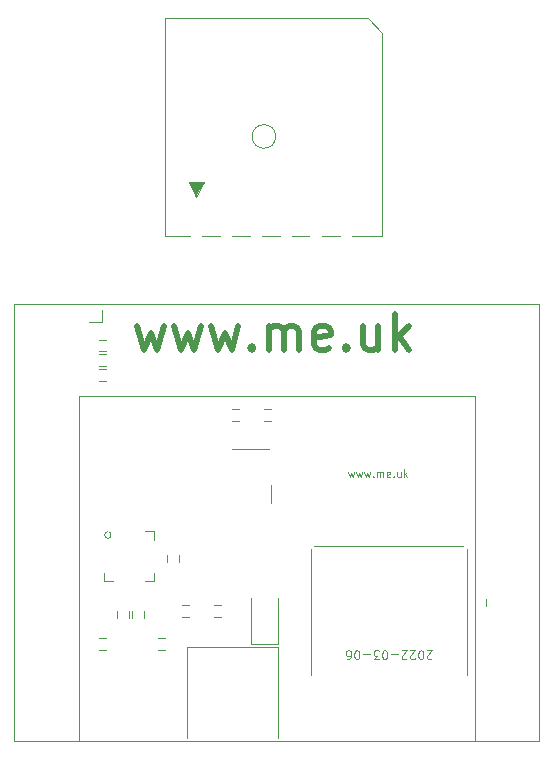
<source format=gbr>
%TF.GenerationSoftware,KiCad,Pcbnew,(6.0.2-0)*%
%TF.CreationDate,2022-03-06T18:18:51+00:00*%
%TF.ProjectId,Display,44697370-6c61-4792-9e6b-696361645f70,5*%
%TF.SameCoordinates,Original*%
%TF.FileFunction,Legend,Top*%
%TF.FilePolarity,Positive*%
%FSLAX46Y46*%
G04 Gerber Fmt 4.6, Leading zero omitted, Abs format (unit mm)*
G04 Created by KiCad (PCBNEW (6.0.2-0)) date 2022-03-06 18:18:51*
%MOMM*%
%LPD*%
G01*
G04 APERTURE LIST*
%ADD10C,0.500000*%
%ADD11C,0.100000*%
%ADD12C,0.120000*%
G04 APERTURE END LIST*
D10*
X88428571Y-116857142D02*
X89000000Y-118857142D01*
X89571428Y-117428571D01*
X90142857Y-118857142D01*
X90714285Y-116857142D01*
X91571428Y-116857142D02*
X92142857Y-118857142D01*
X92714285Y-117428571D01*
X93285714Y-118857142D01*
X93857142Y-116857142D01*
X94714285Y-116857142D02*
X95285714Y-118857142D01*
X95857142Y-117428571D01*
X96428571Y-118857142D01*
X97000000Y-116857142D01*
X98142857Y-118571428D02*
X98285714Y-118714285D01*
X98142857Y-118857142D01*
X98000000Y-118714285D01*
X98142857Y-118571428D01*
X98142857Y-118857142D01*
X99571428Y-118857142D02*
X99571428Y-116857142D01*
X99571428Y-117142857D02*
X99714285Y-117000000D01*
X100000000Y-116857142D01*
X100428571Y-116857142D01*
X100714285Y-117000000D01*
X100857142Y-117285714D01*
X100857142Y-118857142D01*
X100857142Y-117285714D02*
X101000000Y-117000000D01*
X101285714Y-116857142D01*
X101714285Y-116857142D01*
X102000000Y-117000000D01*
X102142857Y-117285714D01*
X102142857Y-118857142D01*
X104714285Y-118714285D02*
X104428571Y-118857142D01*
X103857142Y-118857142D01*
X103571428Y-118714285D01*
X103428571Y-118428571D01*
X103428571Y-117285714D01*
X103571428Y-117000000D01*
X103857142Y-116857142D01*
X104428571Y-116857142D01*
X104714285Y-117000000D01*
X104857142Y-117285714D01*
X104857142Y-117571428D01*
X103428571Y-117857142D01*
X106142857Y-118571428D02*
X106285714Y-118714285D01*
X106142857Y-118857142D01*
X106000000Y-118714285D01*
X106142857Y-118571428D01*
X106142857Y-118857142D01*
X108857142Y-116857142D02*
X108857142Y-118857142D01*
X107571428Y-116857142D02*
X107571428Y-118428571D01*
X107714285Y-118714285D01*
X108000000Y-118857142D01*
X108428571Y-118857142D01*
X108714285Y-118714285D01*
X108857142Y-118571428D01*
X110285714Y-118857142D02*
X110285714Y-115857142D01*
X110571428Y-117714285D02*
X111428571Y-118857142D01*
X111428571Y-116857142D02*
X110285714Y-118000000D01*
D11*
%TO.C,U2*%
X113392857Y-144996035D02*
X113357142Y-145031750D01*
X113285714Y-145067464D01*
X113107142Y-145067464D01*
X113035714Y-145031750D01*
X113000000Y-144996035D01*
X112964285Y-144924607D01*
X112964285Y-144853178D01*
X113000000Y-144746035D01*
X113428571Y-144317464D01*
X112964285Y-144317464D01*
X112500000Y-145067464D02*
X112428571Y-145067464D01*
X112357142Y-145031750D01*
X112321428Y-144996035D01*
X112285714Y-144924607D01*
X112250000Y-144781750D01*
X112250000Y-144603178D01*
X112285714Y-144460321D01*
X112321428Y-144388892D01*
X112357142Y-144353178D01*
X112428571Y-144317464D01*
X112500000Y-144317464D01*
X112571428Y-144353178D01*
X112607142Y-144388892D01*
X112642857Y-144460321D01*
X112678571Y-144603178D01*
X112678571Y-144781750D01*
X112642857Y-144924607D01*
X112607142Y-144996035D01*
X112571428Y-145031750D01*
X112500000Y-145067464D01*
X111964285Y-144996035D02*
X111928571Y-145031750D01*
X111857142Y-145067464D01*
X111678571Y-145067464D01*
X111607142Y-145031750D01*
X111571428Y-144996035D01*
X111535714Y-144924607D01*
X111535714Y-144853178D01*
X111571428Y-144746035D01*
X112000000Y-144317464D01*
X111535714Y-144317464D01*
X111250000Y-144996035D02*
X111214285Y-145031750D01*
X111142857Y-145067464D01*
X110964285Y-145067464D01*
X110892857Y-145031750D01*
X110857142Y-144996035D01*
X110821428Y-144924607D01*
X110821428Y-144853178D01*
X110857142Y-144746035D01*
X111285714Y-144317464D01*
X110821428Y-144317464D01*
X110500000Y-144603178D02*
X109928571Y-144603178D01*
X109428571Y-145067464D02*
X109357142Y-145067464D01*
X109285714Y-145031750D01*
X109250000Y-144996035D01*
X109214285Y-144924607D01*
X109178571Y-144781750D01*
X109178571Y-144603178D01*
X109214285Y-144460321D01*
X109250000Y-144388892D01*
X109285714Y-144353178D01*
X109357142Y-144317464D01*
X109428571Y-144317464D01*
X109500000Y-144353178D01*
X109535714Y-144388892D01*
X109571428Y-144460321D01*
X109607142Y-144603178D01*
X109607142Y-144781750D01*
X109571428Y-144924607D01*
X109535714Y-144996035D01*
X109500000Y-145031750D01*
X109428571Y-145067464D01*
X108928571Y-145067464D02*
X108464285Y-145067464D01*
X108714285Y-144781750D01*
X108607142Y-144781750D01*
X108535714Y-144746035D01*
X108500000Y-144710321D01*
X108464285Y-144638892D01*
X108464285Y-144460321D01*
X108500000Y-144388892D01*
X108535714Y-144353178D01*
X108607142Y-144317464D01*
X108821428Y-144317464D01*
X108892857Y-144353178D01*
X108928571Y-144388892D01*
X108142857Y-144603178D02*
X107571428Y-144603178D01*
X107071428Y-145067464D02*
X107000000Y-145067464D01*
X106928571Y-145031750D01*
X106892857Y-144996035D01*
X106857142Y-144924607D01*
X106821428Y-144781750D01*
X106821428Y-144603178D01*
X106857142Y-144460321D01*
X106892857Y-144388892D01*
X106928571Y-144353178D01*
X107000000Y-144317464D01*
X107071428Y-144317464D01*
X107142857Y-144353178D01*
X107178571Y-144388892D01*
X107214285Y-144460321D01*
X107250000Y-144603178D01*
X107250000Y-144781750D01*
X107214285Y-144924607D01*
X107178571Y-144996035D01*
X107142857Y-145031750D01*
X107071428Y-145067464D01*
X106178571Y-145067464D02*
X106321428Y-145067464D01*
X106392857Y-145031750D01*
X106428571Y-144996035D01*
X106500000Y-144888892D01*
X106535714Y-144746035D01*
X106535714Y-144460321D01*
X106500000Y-144388892D01*
X106464285Y-144353178D01*
X106392857Y-144317464D01*
X106250000Y-144317464D01*
X106178571Y-144353178D01*
X106142857Y-144388892D01*
X106107142Y-144460321D01*
X106107142Y-144638892D01*
X106142857Y-144710321D01*
X106178571Y-144746035D01*
X106250000Y-144781750D01*
X106392857Y-144781750D01*
X106464285Y-144746035D01*
X106500000Y-144710321D01*
X106535714Y-144638892D01*
%TO.C,Logo2*%
X106312857Y-129210714D02*
X106436666Y-129644047D01*
X106560476Y-129334523D01*
X106684285Y-129644047D01*
X106808095Y-129210714D01*
X106993809Y-129210714D02*
X107117619Y-129644047D01*
X107241428Y-129334523D01*
X107365238Y-129644047D01*
X107489047Y-129210714D01*
X107674761Y-129210714D02*
X107798571Y-129644047D01*
X107922380Y-129334523D01*
X108046190Y-129644047D01*
X108170000Y-129210714D01*
X108417619Y-129582142D02*
X108448571Y-129613095D01*
X108417619Y-129644047D01*
X108386666Y-129613095D01*
X108417619Y-129582142D01*
X108417619Y-129644047D01*
X108727142Y-129644047D02*
X108727142Y-129210714D01*
X108727142Y-129272619D02*
X108758095Y-129241666D01*
X108820000Y-129210714D01*
X108912857Y-129210714D01*
X108974761Y-129241666D01*
X109005714Y-129303571D01*
X109005714Y-129644047D01*
X109005714Y-129303571D02*
X109036666Y-129241666D01*
X109098571Y-129210714D01*
X109191428Y-129210714D01*
X109253333Y-129241666D01*
X109284285Y-129303571D01*
X109284285Y-129644047D01*
X109841428Y-129613095D02*
X109779523Y-129644047D01*
X109655714Y-129644047D01*
X109593809Y-129613095D01*
X109562857Y-129551190D01*
X109562857Y-129303571D01*
X109593809Y-129241666D01*
X109655714Y-129210714D01*
X109779523Y-129210714D01*
X109841428Y-129241666D01*
X109872380Y-129303571D01*
X109872380Y-129365476D01*
X109562857Y-129427380D01*
X110150952Y-129582142D02*
X110181904Y-129613095D01*
X110150952Y-129644047D01*
X110120000Y-129613095D01*
X110150952Y-129582142D01*
X110150952Y-129644047D01*
X110739047Y-129210714D02*
X110739047Y-129644047D01*
X110460476Y-129210714D02*
X110460476Y-129551190D01*
X110491428Y-129613095D01*
X110553333Y-129644047D01*
X110646190Y-129644047D01*
X110708095Y-129613095D01*
X110739047Y-129582142D01*
X111048571Y-129644047D02*
X111048571Y-128994047D01*
X111110476Y-129396428D02*
X111296190Y-129644047D01*
X111296190Y-129210714D02*
X111048571Y-129458333D01*
D12*
%TO.C,U3*%
X89135000Y-134240000D02*
X89860000Y-134240000D01*
X86365000Y-138460000D02*
X85640000Y-138460000D01*
X89135000Y-138460000D02*
X89860000Y-138460000D01*
X85640000Y-138460000D02*
X85640000Y-137735000D01*
X89860000Y-134240000D02*
X89860000Y-134965000D01*
X89860000Y-138460000D02*
X89860000Y-137735000D01*
X86232843Y-134550000D02*
G75*
G03*
X86232843Y-134550000I-282843J0D01*
G01*
%TO.C,R1*%
X117000000Y-140550000D02*
X117000000Y-139950000D01*
X118000000Y-140550000D02*
X118000000Y-139950000D01*
%TO.C,R5*%
X86750000Y-141550000D02*
X86750000Y-140950000D01*
X87750000Y-141550000D02*
X87750000Y-140950000D01*
%TO.C,D2*%
X84400000Y-116500000D02*
X85500000Y-116500000D01*
X85500000Y-116500000D02*
X85500000Y-115500000D01*
%TO.C,R3*%
X90800000Y-144250000D02*
X90200000Y-144250000D01*
X90800000Y-143250000D02*
X90200000Y-143250000D01*
%TO.C,R4*%
X88000000Y-141550000D02*
X88000000Y-140950000D01*
X89000000Y-141550000D02*
X89000000Y-140950000D01*
%TO.C,R10*%
X85200000Y-119250000D02*
X85800000Y-119250000D01*
X85200000Y-120250000D02*
X85800000Y-120250000D01*
%TO.C,U2*%
X116350000Y-135756750D02*
X116350000Y-146356750D01*
X116050000Y-135456750D02*
X103450000Y-135456750D01*
X103150000Y-135756750D02*
X103150000Y-146356750D01*
%TO.C,D1*%
X98115000Y-143785000D02*
X100385000Y-143785000D01*
X100385000Y-143785000D02*
X100385000Y-139900000D01*
X98115000Y-139900000D02*
X98115000Y-143785000D01*
%TO.C,R7*%
X94950000Y-140500000D02*
X95550000Y-140500000D01*
X94950000Y-141500000D02*
X95550000Y-141500000D01*
%TO.C,R9*%
X85200000Y-118000000D02*
X85800000Y-118000000D01*
X85200000Y-119000000D02*
X85800000Y-119000000D01*
%TO.C,M1*%
X83500000Y-152000000D02*
X83500000Y-122790000D01*
X122500000Y-152000000D02*
X122500000Y-115000000D01*
X117000000Y-122790000D02*
X117000000Y-152000000D01*
X78000000Y-152000000D02*
X122500000Y-152000000D01*
X122500000Y-115000000D02*
X78000000Y-115000000D01*
X78000000Y-115000000D02*
X78000000Y-152000000D01*
X83500000Y-122790000D02*
X117000000Y-122790000D01*
%TO.C,U4*%
X96500000Y-127225000D02*
X99600000Y-127225000D01*
X99775000Y-130275000D02*
X99775000Y-131875000D01*
%TO.C,R12*%
X96450000Y-123900000D02*
X97050000Y-123900000D01*
X96450000Y-124900000D02*
X97050000Y-124900000D01*
%TO.C,R6*%
X92200000Y-140500000D02*
X92800000Y-140500000D01*
X92200000Y-141500000D02*
X92800000Y-141500000D01*
%TO.C,R11*%
X85200000Y-120500000D02*
X85800000Y-120500000D01*
X85200000Y-121500000D02*
X85800000Y-121500000D01*
%TO.C,C1*%
X92000000Y-136800000D02*
X92000000Y-136200000D01*
X91000000Y-136800000D02*
X91000000Y-136200000D01*
%TO.C,R2*%
X85800000Y-144250000D02*
X85200000Y-144250000D01*
X85800000Y-143250000D02*
X85200000Y-143250000D01*
%TO.C,J1*%
X92650000Y-144000000D02*
X100350000Y-144000000D01*
X92650000Y-144000000D02*
X92650000Y-151750000D01*
X100350000Y-144000000D02*
X100350000Y-151750000D01*
%TO.C,U1*%
X103000000Y-109200000D02*
X101524000Y-109200000D01*
X90800000Y-90800000D02*
X108000000Y-90800000D01*
X90800000Y-109200000D02*
X92888000Y-109200000D01*
X109200000Y-109200000D02*
X106604000Y-109200000D01*
X109200000Y-92000000D02*
X109200000Y-109200000D01*
X95428000Y-109200000D02*
X93904000Y-109200000D01*
X100508000Y-109200000D02*
X99000000Y-109200000D01*
X97968000Y-109200000D02*
X96444000Y-109200000D01*
X90800000Y-90800000D02*
X90800000Y-109200000D01*
X105600000Y-109200000D02*
X104064000Y-109200000D01*
X109200000Y-92000000D02*
X108000000Y-90800000D01*
X100170000Y-100800000D02*
G75*
G03*
X100170000Y-100800000I-1000000J0D01*
G01*
X93450000Y-105915000D02*
X92815000Y-104645000D01*
X92815000Y-104645000D02*
X94085000Y-104645000D01*
X94085000Y-104645000D02*
X93450000Y-105915000D01*
G36*
X93450000Y-105915000D02*
G01*
X92815000Y-104645000D01*
X94085000Y-104645000D01*
X93450000Y-105915000D01*
G37*
X93450000Y-105915000D02*
X92815000Y-104645000D01*
X94085000Y-104645000D01*
X93450000Y-105915000D01*
%TO.C,R8*%
X99800000Y-124900000D02*
X99200000Y-124900000D01*
X99800000Y-123900000D02*
X99200000Y-123900000D01*
%TD*%
M02*

</source>
